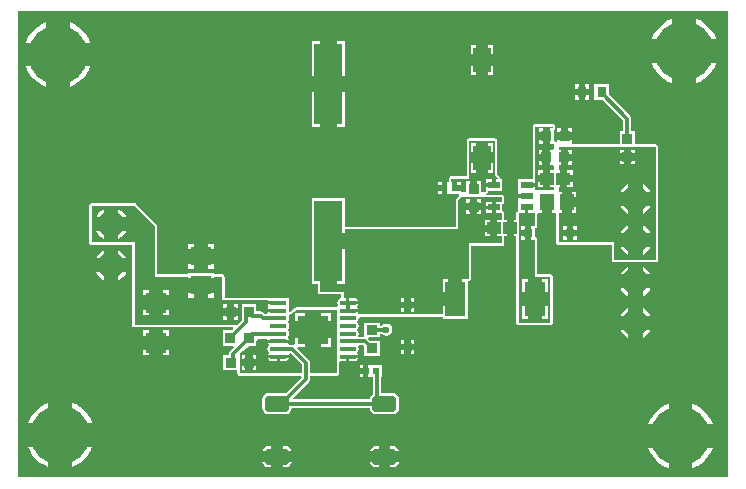
<source format=gtl>
G04*
G04 #@! TF.GenerationSoftware,Altium Limited,Altium Designer,19.1.6 (110)*
G04*
G04 Layer_Physical_Order=1*
G04 Layer_Color=255*
%FSLAX43Y43*%
%MOMM*%
G71*
G01*
G75*
%ADD33R,1.500X2.150*%
%ADD34R,0.900X0.850*%
%ADD35R,0.800X0.950*%
%ADD36R,0.850X0.900*%
%ADD37R,1.150X1.000*%
%ADD38R,0.620X0.620*%
%ADD39R,1.200X1.400*%
%ADD40R,0.800X0.750*%
%ADD41R,1.000X0.600*%
%ADD42R,1.750X3.000*%
%ADD43R,2.350X6.850*%
%ADD44R,0.750X0.800*%
%ADD45R,1.400X0.400*%
%ADD46O,1.400X0.400*%
%ADD47R,2.660X2.460*%
G04:AMPARAMS|DCode=48|XSize=2.1mm|YSize=1.4mm|CornerRadius=0.35mm|HoleSize=0mm|Usage=FLASHONLY|Rotation=0.000|XOffset=0mm|YOffset=0mm|HoleType=Round|Shape=RoundedRectangle|*
%AMROUNDEDRECTD48*
21,1,2.100,0.700,0,0,0.0*
21,1,1.400,1.400,0,0,0.0*
1,1,0.700,0.700,-0.350*
1,1,0.700,-0.700,-0.350*
1,1,0.700,-0.700,0.350*
1,1,0.700,0.700,0.350*
%
%ADD48ROUNDEDRECTD48*%
%ADD49R,1.800X1.700*%
%ADD50R,1.800X1.650*%
%ADD51C,0.300*%
%ADD52C,5.000*%
%ADD53C,2.200*%
%ADD54C,0.600*%
G36*
X110445Y50300D02*
X50300D01*
Y89700D01*
X50345Y89745D01*
X110445D01*
Y50300D01*
D02*
G37*
%LPC*%
G36*
X107700Y89125D02*
Y87400D01*
X109425D01*
X109292Y87721D01*
X109053Y88110D01*
X108757Y88457D01*
X108410Y88753D01*
X108021Y88992D01*
X107700Y89125D01*
D02*
G37*
G36*
X105700D02*
X105379Y88992D01*
X104990Y88753D01*
X104643Y88457D01*
X104347Y88110D01*
X104108Y87721D01*
X103975Y87400D01*
X105700D01*
Y89125D01*
D02*
G37*
G36*
X54700Y88825D02*
Y87100D01*
X56425D01*
X56292Y87421D01*
X56053Y87810D01*
X55757Y88157D01*
X55410Y88453D01*
X55021Y88692D01*
X54700Y88825D01*
D02*
G37*
G36*
X52700D02*
X52379Y88692D01*
X51990Y88453D01*
X51643Y88157D01*
X51347Y87810D01*
X51108Y87421D01*
X50975Y87100D01*
X52700D01*
Y88825D01*
D02*
G37*
G36*
X90550Y86900D02*
X90100D01*
Y86125D01*
X90550D01*
Y86900D01*
D02*
G37*
G36*
X89100D02*
X88650D01*
Y86125D01*
X89100D01*
Y86900D01*
D02*
G37*
G36*
X90550Y85125D02*
X90100D01*
Y84350D01*
X90550D01*
Y85125D01*
D02*
G37*
G36*
X89100D02*
X88650D01*
Y84350D01*
X89100D01*
Y85125D01*
D02*
G37*
G36*
X77975Y87225D02*
X77300D01*
Y84300D01*
X77975D01*
Y87225D01*
D02*
G37*
G36*
X75900D02*
X75225D01*
Y84300D01*
X75900D01*
Y87225D01*
D02*
G37*
G36*
X109425Y85400D02*
X107700D01*
Y83675D01*
X108021Y83808D01*
X108410Y84047D01*
X108757Y84343D01*
X109053Y84690D01*
X109292Y85079D01*
X109425Y85400D01*
D02*
G37*
G36*
X105700D02*
X103975D01*
X104108Y85079D01*
X104347Y84690D01*
X104643Y84343D01*
X104990Y84047D01*
X105379Y83808D01*
X105700Y83675D01*
Y85400D01*
D02*
G37*
G36*
X56425Y85100D02*
X54700D01*
Y83375D01*
X55021Y83508D01*
X55410Y83747D01*
X55757Y84043D01*
X56053Y84390D01*
X56292Y84779D01*
X56425Y85100D01*
D02*
G37*
G36*
X52700D02*
X50975D01*
X51108Y84779D01*
X51347Y84390D01*
X51643Y84043D01*
X51990Y83747D01*
X52379Y83508D01*
X52700Y83375D01*
Y85100D01*
D02*
G37*
G36*
X98675Y83575D02*
X98340D01*
Y83165D01*
X98675D01*
Y83575D01*
D02*
G37*
G36*
X97810D02*
X97475D01*
Y83165D01*
X97810D01*
Y83575D01*
D02*
G37*
G36*
X98675Y82635D02*
X98340D01*
Y82225D01*
X98675D01*
Y82635D01*
D02*
G37*
G36*
X97810D02*
X97475D01*
Y82225D01*
X97810D01*
Y82635D01*
D02*
G37*
G36*
X77975Y82900D02*
X77300D01*
Y79975D01*
X77975D01*
Y82900D01*
D02*
G37*
G36*
X75900D02*
X75225D01*
Y79975D01*
X75900D01*
Y82900D01*
D02*
G37*
G36*
X97225Y79850D02*
X96900D01*
Y79500D01*
X97225D01*
Y79850D01*
D02*
G37*
G36*
X96300D02*
X95975D01*
Y79500D01*
X96300D01*
Y79850D01*
D02*
G37*
G36*
X100325Y83575D02*
X99125D01*
Y82225D01*
X99820D01*
X101543Y80502D01*
Y79600D01*
X101250D01*
Y78504D01*
X97333D01*
X97225Y78550D01*
X97225Y78631D01*
Y78900D01*
X96600D01*
X95975D01*
Y78672D01*
X95957Y78665D01*
X95851Y78646D01*
X95843Y78666D01*
X95830Y78679D01*
X95819Y78694D01*
X95801Y78706D01*
X95786Y78721D01*
X95768Y78728D01*
X95753Y78738D01*
X95732Y78743D01*
X95712Y78751D01*
X95675Y78870D01*
Y79702D01*
X95681Y79706D01*
X95692Y79723D01*
X95706Y79737D01*
X95758Y79815D01*
X95774Y79852D01*
X95789Y79888D01*
X95798Y79937D01*
X95798Y79945D01*
X95801Y79952D01*
X95798Y79984D01*
X95799Y80016D01*
X95796Y80024D01*
X95795Y80032D01*
X95780Y80060D01*
X95768Y80090D01*
X95763Y80096D01*
X95759Y80103D01*
X95741Y80126D01*
X95732Y80134D01*
X95725Y80144D01*
X95702Y80160D01*
X95681Y80178D01*
X95669Y80181D01*
X95659Y80188D01*
X95631Y80194D01*
X95605Y80202D01*
X95593Y80201D01*
X95580Y80204D01*
X94100D01*
X94022Y80188D01*
X93956Y80144D01*
X93912Y80078D01*
X93896Y80000D01*
X93896Y75592D01*
X93887Y75578D01*
X93881Y75550D01*
X92675D01*
Y74550D01*
Y74265D01*
X93375D01*
Y73935D01*
X92675D01*
Y73600D01*
Y72849D01*
X92622Y72838D01*
X92556Y72794D01*
X92512Y72728D01*
X92496Y72650D01*
Y72100D01*
X92300D01*
Y71400D01*
Y70700D01*
X92496D01*
X92496Y63400D01*
X92512Y63322D01*
X92556Y63256D01*
X92622Y63212D01*
X92700Y63196D01*
X95400Y63196D01*
X95478Y63212D01*
X95544Y63256D01*
X95588Y63322D01*
X95604Y63400D01*
X95604Y67300D01*
X95588Y67378D01*
X95544Y67444D01*
X95478Y67488D01*
X95400Y67504D01*
X94304D01*
Y70425D01*
X94288Y70503D01*
X94244Y70569D01*
X94178Y70613D01*
X94125Y70624D01*
Y71376D01*
X94178Y71387D01*
X94244Y71431D01*
X94288Y71497D01*
X94304Y71575D01*
Y72533D01*
X94300Y72555D01*
X94299Y72573D01*
X94300Y72576D01*
X94403Y72700D01*
X94670D01*
Y73600D01*
X95530D01*
Y72700D01*
X95896D01*
Y70200D01*
X95912Y70122D01*
X95956Y70056D01*
X96022Y70012D01*
X96100Y69996D01*
X100596D01*
X100596Y68700D01*
X100612Y68622D01*
X100656Y68556D01*
X100722Y68512D01*
X100800Y68496D01*
X104300D01*
X104378Y68512D01*
X104444Y68556D01*
X104488Y68622D01*
X104504Y68700D01*
X104504Y78300D01*
X104488Y78378D01*
X104444Y78444D01*
X104378Y78488D01*
X104300Y78504D01*
X102550D01*
Y79600D01*
X102257D01*
Y80650D01*
X102230Y80787D01*
X102152Y80902D01*
X100325Y82730D01*
Y83575D01*
D02*
G37*
G36*
X86190Y75310D02*
X85910D01*
Y75030D01*
X86190D01*
Y75310D01*
D02*
G37*
G36*
Y74570D02*
X85910D01*
Y74290D01*
X86190D01*
Y74570D01*
D02*
G37*
G36*
X88500Y79004D02*
X88422Y78988D01*
X88356Y78944D01*
X88312Y78878D01*
X88296Y78800D01*
X88296Y75804D01*
X87000D01*
X86922Y75788D01*
X86856Y75744D01*
X86812Y75678D01*
X86796Y75600D01*
Y75310D01*
X86650D01*
Y74800D01*
Y74290D01*
X87645D01*
X87684Y74163D01*
X87656Y74144D01*
X87456Y73944D01*
X87412Y73878D01*
X87396Y73800D01*
Y71504D01*
X77975D01*
Y73925D01*
X75225D01*
Y66675D01*
X75696D01*
Y66000D01*
X75712Y65922D01*
X75756Y65856D01*
X75822Y65812D01*
X75900Y65796D01*
X77696D01*
Y65483D01*
X77698Y65473D01*
X77594Y65452D01*
X77462Y65363D01*
X77373Y65231D01*
X77342Y65075D01*
X77373Y64919D01*
X77405Y64872D01*
X77365Y64710D01*
X77342Y64696D01*
X77300Y64704D01*
X73912D01*
X73886Y64699D01*
X73859Y64697D01*
X73847Y64691D01*
X73834Y64688D01*
X73812Y64673D01*
X73788Y64661D01*
X73370Y64338D01*
X73255Y64409D01*
X73258Y64425D01*
X73233Y64548D01*
X73250Y64675D01*
X73250D01*
X73250Y64675D01*
Y65475D01*
X71548D01*
X71528Y65488D01*
X71450Y65504D01*
X67804D01*
X67804Y67300D01*
X67788Y67378D01*
X67744Y67444D01*
X67678Y67488D01*
X67600Y67504D01*
X66900D01*
Y67575D01*
X64700D01*
Y67504D01*
X62104D01*
X62104Y71600D01*
X62104Y71600D01*
X62088Y71678D01*
X62044Y71744D01*
X62044Y71744D01*
X60344Y73444D01*
X60278Y73488D01*
X60200Y73504D01*
X56548D01*
X56470Y73488D01*
X56404Y73444D01*
X56360Y73378D01*
X56344Y73300D01*
Y70200D01*
X56360Y70122D01*
X56404Y70056D01*
X56470Y70012D01*
X56548Y69996D01*
X59996D01*
X59996Y63200D01*
X60012Y63122D01*
X60056Y63056D01*
X60122Y63012D01*
X60200Y62996D01*
X68500Y62996D01*
X68549Y62879D01*
X68420Y62750D01*
X67675D01*
Y61450D01*
X68554D01*
X68603Y61333D01*
X68248Y60977D01*
X68170Y60862D01*
X68143Y60725D01*
Y60650D01*
X67700D01*
Y59350D01*
X68896D01*
Y59100D01*
X68912Y59022D01*
X68956Y58956D01*
X69022Y58912D01*
X69100Y58896D01*
X74298Y58896D01*
X74324Y58769D01*
X72997Y57441D01*
X72950Y57451D01*
X71550D01*
X71335Y57408D01*
X71153Y57287D01*
X71032Y57105D01*
X70989Y56890D01*
Y56190D01*
X71032Y55975D01*
X71153Y55793D01*
X71335Y55672D01*
X71550Y55629D01*
X72950D01*
X73165Y55672D01*
X73347Y55793D01*
X73468Y55975D01*
X73509Y56183D01*
X80091D01*
X80132Y55975D01*
X80253Y55793D01*
X80435Y55672D01*
X80650Y55629D01*
X82050D01*
X82265Y55672D01*
X82447Y55793D01*
X82568Y55975D01*
X82611Y56190D01*
Y56890D01*
X82568Y57105D01*
X82447Y57287D01*
X82265Y57408D01*
X82050Y57451D01*
X81077D01*
Y58790D01*
X81150D01*
Y59810D01*
X79990D01*
Y59300D01*
Y58790D01*
X80363D01*
Y57360D01*
X80253Y57287D01*
X80132Y57105D01*
X80091Y56897D01*
X73641D01*
X73589Y57024D01*
X74952Y58388D01*
X75030Y58503D01*
X75057Y58640D01*
Y58896D01*
X77300Y58896D01*
X77378Y58912D01*
X77444Y58956D01*
X77488Y59022D01*
X77504Y59100D01*
Y59570D01*
X77510Y59600D01*
X77504Y59630D01*
Y60067D01*
X77631Y60141D01*
X77750Y60117D01*
X78120D01*
Y60525D01*
X78250D01*
Y60655D01*
X79132D01*
X79127Y60681D01*
X79038Y60813D01*
Y60887D01*
X79127Y61019D01*
X79158Y61175D01*
X79127Y61331D01*
X79120Y61341D01*
X79188Y61468D01*
X79527D01*
X79650Y61345D01*
Y60600D01*
X80950D01*
Y61850D01*
X80155D01*
X79982Y62023D01*
X80034Y62150D01*
X80950D01*
Y62431D01*
X81153D01*
X81305Y62329D01*
X81500Y62290D01*
X81695Y62329D01*
X81860Y62440D01*
X81971Y62605D01*
X82010Y62800D01*
X81971Y62995D01*
X81860Y63160D01*
X81695Y63271D01*
X81500Y63310D01*
X81305Y63271D01*
X81140Y63160D01*
X81129Y63144D01*
X80950D01*
Y63400D01*
X79650D01*
Y62182D01*
X79188D01*
X79120Y62309D01*
X79127Y62319D01*
X79158Y62475D01*
X79127Y62631D01*
X79038Y62763D01*
Y62837D01*
X79127Y62969D01*
X79158Y63125D01*
X79127Y63281D01*
X79038Y63413D01*
Y63487D01*
X79127Y63619D01*
X79158Y63775D01*
X79263Y63896D01*
X86275D01*
Y63700D01*
X88425D01*
Y66773D01*
X88450Y66898D01*
X88476Y66906D01*
X88503Y66912D01*
X88513Y66919D01*
X88525Y66922D01*
X88546Y66940D01*
X88569Y66956D01*
X88576Y66966D01*
X88586Y66974D01*
X88661Y67070D01*
X88673Y67095D01*
X88688Y67118D01*
X88691Y67130D01*
X88696Y67141D01*
X88699Y67169D01*
X88704Y67196D01*
Y69896D01*
X91300Y69896D01*
X91378Y69912D01*
X91444Y69956D01*
X91488Y70022D01*
X91504Y70100D01*
Y70700D01*
X91700D01*
Y71400D01*
Y72100D01*
X91504D01*
Y72650D01*
X91488Y72728D01*
X91444Y72794D01*
X91378Y72838D01*
X91325Y72849D01*
Y73451D01*
X91378Y73462D01*
X91444Y73506D01*
X91488Y73572D01*
X91504Y73650D01*
Y74000D01*
X91488Y74078D01*
X91444Y74144D01*
X91378Y74188D01*
X91300Y74204D01*
X89967D01*
X89938Y74331D01*
X90012Y74365D01*
X90040Y74386D01*
X90069Y74406D01*
X90072Y74410D01*
X90076Y74413D01*
X90094Y74443D01*
X90113Y74472D01*
X90114Y74477D01*
X90117Y74481D01*
X90122Y74516D01*
X90129Y74550D01*
X91325D01*
Y75550D01*
X91236D01*
X91137Y75667D01*
X91121Y75745D01*
X91077Y75812D01*
X91077Y75812D01*
X90904Y75984D01*
X90904Y78800D01*
X90888Y78878D01*
X90844Y78944D01*
X90778Y78988D01*
X90700Y79004D01*
X88500Y79004D01*
D02*
G37*
G36*
X66900Y70025D02*
X66400D01*
Y69600D01*
X66900D01*
Y70025D01*
D02*
G37*
G36*
X65200D02*
X64700D01*
Y69600D01*
X65200D01*
Y70025D01*
D02*
G37*
G36*
X58802Y69514D02*
Y68847D01*
X59469D01*
X59425Y68953D01*
X59200Y69246D01*
X58908Y69470D01*
X58802Y69514D01*
D02*
G37*
G36*
X57602Y69514D02*
X57496Y69470D01*
X57204Y69246D01*
X56979Y68953D01*
X56935Y68847D01*
X57602D01*
Y69514D01*
D02*
G37*
G36*
X66900Y68400D02*
X66400D01*
Y67975D01*
X66900D01*
Y68400D01*
D02*
G37*
G36*
X65200D02*
X64700D01*
Y67975D01*
X65200D01*
Y68400D01*
D02*
G37*
G36*
X103200Y68156D02*
Y67490D01*
X103867D01*
X103823Y67596D01*
X103598Y67888D01*
X103306Y68113D01*
X103200Y68156D01*
D02*
G37*
G36*
X102000Y68156D02*
X101894Y68113D01*
X101602Y67888D01*
X101377Y67596D01*
X101333Y67490D01*
X102000D01*
Y68156D01*
D02*
G37*
G36*
X57602Y67647D02*
X56935D01*
X56979Y67541D01*
X57204Y67249D01*
X57496Y67024D01*
X57602Y66981D01*
Y67647D01*
D02*
G37*
G36*
X59469D02*
X58802D01*
Y66981D01*
X58908Y67024D01*
X59200Y67249D01*
X59425Y67541D01*
X59469Y67647D01*
D02*
G37*
G36*
X102000Y66290D02*
X101333D01*
X101377Y66184D01*
X101602Y65891D01*
X101894Y65667D01*
X102000Y65623D01*
Y66290D01*
D02*
G37*
G36*
X103867D02*
X103200D01*
Y65623D01*
X103306Y65667D01*
X103598Y65891D01*
X103823Y66184D01*
X103867Y66290D01*
D02*
G37*
G36*
X103200Y64651D02*
Y63984D01*
X103867D01*
X103823Y64090D01*
X103598Y64383D01*
X103306Y64607D01*
X103200Y64651D01*
D02*
G37*
G36*
X102000D02*
X101894Y64607D01*
X101602Y64383D01*
X101377Y64090D01*
X101333Y63984D01*
X102000D01*
Y64651D01*
D02*
G37*
G36*
X63100Y62750D02*
X62600D01*
Y62300D01*
X63100D01*
Y62750D01*
D02*
G37*
G36*
X61400D02*
X60900D01*
Y62300D01*
X61400D01*
Y62750D01*
D02*
G37*
G36*
X103867Y62784D02*
X103200D01*
Y62118D01*
X103306Y62161D01*
X103598Y62386D01*
X103823Y62678D01*
X103867Y62784D01*
D02*
G37*
G36*
X102000D02*
X101333D01*
X101377Y62678D01*
X101602Y62386D01*
X101894Y62161D01*
X102000Y62118D01*
Y62784D01*
D02*
G37*
G36*
X83875Y61925D02*
X83565D01*
Y61590D01*
X83875D01*
Y61925D01*
D02*
G37*
G36*
X83035D02*
X82725D01*
Y61590D01*
X83035D01*
Y61925D01*
D02*
G37*
G36*
X83875Y61060D02*
X83565D01*
Y60725D01*
X83875D01*
Y61060D01*
D02*
G37*
G36*
X83035D02*
X82725D01*
Y60725D01*
X83035D01*
Y61060D01*
D02*
G37*
G36*
X63100Y61100D02*
X62600D01*
Y60650D01*
X63100D01*
Y61100D01*
D02*
G37*
G36*
X61400D02*
X60900D01*
Y60650D01*
X61400D01*
Y61100D01*
D02*
G37*
G36*
X79132Y60395D02*
X78380D01*
Y60117D01*
X78750D01*
X78906Y60148D01*
X79038Y60237D01*
X79127Y60369D01*
X79132Y60395D01*
D02*
G37*
G36*
X79530Y59810D02*
X79250D01*
Y59530D01*
X79530D01*
Y59810D01*
D02*
G37*
G36*
Y59070D02*
X79250D01*
Y58790D01*
X79530D01*
Y59070D01*
D02*
G37*
G36*
X54900Y56625D02*
Y54900D01*
X56625D01*
X56492Y55221D01*
X56253Y55610D01*
X55957Y55957D01*
X55610Y56253D01*
X55221Y56492D01*
X54900Y56625D01*
D02*
G37*
G36*
X52900D02*
X52579Y56492D01*
X52190Y56253D01*
X51843Y55957D01*
X51547Y55610D01*
X51308Y55221D01*
X51175Y54900D01*
X52900D01*
Y56625D01*
D02*
G37*
G36*
X107400Y56525D02*
Y54800D01*
X109125D01*
X108992Y55121D01*
X108753Y55510D01*
X108457Y55857D01*
X108110Y56153D01*
X107721Y56392D01*
X107400Y56525D01*
D02*
G37*
G36*
X105400D02*
X105079Y56392D01*
X104690Y56153D01*
X104343Y55857D01*
X104047Y55510D01*
X103808Y55121D01*
X103675Y54800D01*
X105400D01*
Y56525D01*
D02*
G37*
G36*
X82050Y52971D02*
X81850D01*
Y52560D01*
X82581D01*
X82568Y52625D01*
X82447Y52807D01*
X82265Y52928D01*
X82050Y52971D01*
D02*
G37*
G36*
X80850D02*
X80650D01*
X80435Y52928D01*
X80253Y52807D01*
X80132Y52625D01*
X80119Y52560D01*
X80850D01*
Y52971D01*
D02*
G37*
G36*
X72950D02*
X72750D01*
Y52560D01*
X73481D01*
X73468Y52625D01*
X73347Y52807D01*
X73165Y52928D01*
X72950Y52971D01*
D02*
G37*
G36*
X71750D02*
X71550D01*
X71335Y52928D01*
X71153Y52807D01*
X71032Y52625D01*
X71019Y52560D01*
X71750D01*
Y52971D01*
D02*
G37*
G36*
X56625Y52900D02*
X54900D01*
Y51175D01*
X55221Y51308D01*
X55610Y51547D01*
X55957Y51843D01*
X56253Y52190D01*
X56492Y52579D01*
X56625Y52900D01*
D02*
G37*
G36*
X52900D02*
X51175D01*
X51308Y52579D01*
X51547Y52190D01*
X51843Y51843D01*
X52190Y51547D01*
X52579Y51308D01*
X52900Y51175D01*
Y52900D01*
D02*
G37*
G36*
X82581Y51560D02*
X81850D01*
Y51149D01*
X82050D01*
X82265Y51192D01*
X82447Y51313D01*
X82568Y51495D01*
X82581Y51560D01*
D02*
G37*
G36*
X80850D02*
X80119D01*
X80132Y51495D01*
X80253Y51313D01*
X80435Y51192D01*
X80650Y51149D01*
X80850D01*
Y51560D01*
D02*
G37*
G36*
X73481D02*
X72750D01*
Y51149D01*
X72950D01*
X73165Y51192D01*
X73347Y51313D01*
X73468Y51495D01*
X73481Y51560D01*
D02*
G37*
G36*
X71750D02*
X71019D01*
X71032Y51495D01*
X71153Y51313D01*
X71335Y51192D01*
X71550Y51149D01*
X71750D01*
Y51560D01*
D02*
G37*
G36*
X109125Y52800D02*
X107400D01*
Y51075D01*
X107721Y51208D01*
X108110Y51447D01*
X108457Y51743D01*
X108753Y52090D01*
X108992Y52479D01*
X109125Y52800D01*
D02*
G37*
G36*
X105400D02*
X103675D01*
X103808Y52479D01*
X104047Y52090D01*
X104343Y51743D01*
X104690Y51447D01*
X105079Y51208D01*
X105400Y51075D01*
Y52800D01*
D02*
G37*
%LPD*%
G36*
X95598Y79977D02*
X95589Y79928D01*
X95537Y79850D01*
X95350D01*
Y79200D01*
Y78550D01*
X95675D01*
X95700Y78433D01*
Y78156D01*
X95650Y78050D01*
X95573Y78050D01*
X95325D01*
Y77400D01*
Y76750D01*
X95573D01*
X95650Y76750D01*
X95700Y76644D01*
Y76300D01*
X95400D01*
Y75600D01*
Y74900D01*
X95700D01*
Y74600D01*
X94075D01*
Y74885D01*
X93375D01*
Y75215D01*
X94075D01*
Y75500D01*
X94100D01*
X94100Y80000D01*
X95580D01*
X95598Y79977D01*
D02*
G37*
G36*
X93540Y72650D02*
X94075D01*
X94100Y72533D01*
Y71575D01*
X93790D01*
Y71000D01*
Y70425D01*
X94100D01*
Y67300D01*
X95400D01*
X95400Y63400D01*
X92700Y63400D01*
X92700Y70700D01*
X92775D01*
Y72100D01*
X92700D01*
Y72650D01*
X93210D01*
Y73150D01*
X93540D01*
Y72650D01*
D02*
G37*
G36*
X104300Y68700D02*
X100800D01*
X100800Y70200D01*
X96100D01*
Y72700D01*
X96370D01*
Y73600D01*
Y74500D01*
X96100D01*
Y74900D01*
X96200D01*
Y75600D01*
Y76300D01*
X96100D01*
Y76750D01*
X96275D01*
Y77400D01*
Y78050D01*
X96100D01*
Y78300D01*
X104300D01*
X104300Y68700D01*
D02*
G37*
%LPC*%
G36*
X94750Y79850D02*
X94425D01*
Y79500D01*
X94750D01*
Y79850D01*
D02*
G37*
G36*
Y78900D02*
X94425D01*
Y78550D01*
X94750D01*
Y78900D01*
D02*
G37*
G36*
X94725Y78050D02*
X94400D01*
Y77700D01*
X94725D01*
Y78050D01*
D02*
G37*
G36*
Y77100D02*
X94400D01*
Y76750D01*
X94725D01*
Y77100D01*
D02*
G37*
G36*
X94800Y76300D02*
X94325D01*
Y75900D01*
X94800D01*
Y76300D01*
D02*
G37*
G36*
Y75300D02*
X94325D01*
Y74900D01*
X94800D01*
Y75300D01*
D02*
G37*
G36*
X93260Y71575D02*
X92925D01*
Y71265D01*
X93260D01*
Y71575D01*
D02*
G37*
G36*
Y70735D02*
X92925D01*
Y70425D01*
X93260D01*
Y70735D01*
D02*
G37*
G36*
X95175Y67100D02*
X94700D01*
Y66000D01*
X95175D01*
Y67100D01*
D02*
G37*
G36*
X93500D02*
X93025D01*
Y66000D01*
X93500D01*
Y67100D01*
D02*
G37*
G36*
X95175Y64800D02*
X94700D01*
Y63700D01*
X95175D01*
Y64800D01*
D02*
G37*
G36*
X93500D02*
X93025D01*
Y63700D01*
X93500D01*
Y64800D01*
D02*
G37*
G36*
X102550Y78050D02*
X102200D01*
Y77725D01*
X102550D01*
Y78050D01*
D02*
G37*
G36*
X101600D02*
X101250D01*
Y77725D01*
X101600D01*
Y78050D01*
D02*
G37*
G36*
X97200D02*
X96875D01*
Y77700D01*
X97200D01*
Y78050D01*
D02*
G37*
G36*
X102550Y77125D02*
X102200D01*
Y76800D01*
X102550D01*
Y77125D01*
D02*
G37*
G36*
X101600D02*
X101250D01*
Y76800D01*
X101600D01*
Y77125D01*
D02*
G37*
G36*
X97200Y77100D02*
X96875D01*
Y76750D01*
X97200D01*
Y77100D01*
D02*
G37*
G36*
X97275Y76300D02*
X96800D01*
Y75900D01*
X97275D01*
Y76300D01*
D02*
G37*
G36*
Y75300D02*
X96800D01*
Y74900D01*
X97275D01*
Y75300D01*
D02*
G37*
G36*
X103200Y75167D02*
Y74500D01*
X103867D01*
X103823Y74606D01*
X103598Y74898D01*
X103306Y75123D01*
X103200Y75167D01*
D02*
G37*
G36*
X102000D02*
X101894Y75123D01*
X101602Y74898D01*
X101377Y74606D01*
X101333Y74500D01*
X102000D01*
Y75167D01*
D02*
G37*
G36*
X97600Y74500D02*
X97230D01*
Y74030D01*
X97600D01*
Y74500D01*
D02*
G37*
G36*
Y73170D02*
X97230D01*
Y72700D01*
X97600D01*
Y73170D01*
D02*
G37*
G36*
X103867Y73300D02*
X103200D01*
Y72633D01*
X103306Y72677D01*
X103598Y72902D01*
X103823Y73194D01*
X103867Y73300D01*
D02*
G37*
G36*
X102000D02*
X101333D01*
X101377Y73194D01*
X101602Y72902D01*
X101894Y72677D01*
X102000Y72633D01*
Y73300D01*
D02*
G37*
G36*
X97675Y71575D02*
X97340D01*
Y71265D01*
X97675D01*
Y71575D01*
D02*
G37*
G36*
X96810D02*
X96475D01*
Y71265D01*
X96810D01*
Y71575D01*
D02*
G37*
G36*
X103200Y71662D02*
Y70995D01*
X103867D01*
X103823Y71101D01*
X103598Y71393D01*
X103306Y71618D01*
X103200Y71662D01*
D02*
G37*
G36*
X102000Y71662D02*
X101894Y71618D01*
X101602Y71393D01*
X101377Y71101D01*
X101333Y70995D01*
X102000D01*
Y71662D01*
D02*
G37*
G36*
X97675Y70735D02*
X97340D01*
Y70425D01*
X97675D01*
Y70735D01*
D02*
G37*
G36*
X96810D02*
X96475D01*
Y70425D01*
X96810D01*
Y70735D01*
D02*
G37*
G36*
X102000Y69795D02*
X101333D01*
X101377Y69689D01*
X101602Y69396D01*
X101894Y69172D01*
X102000Y69128D01*
Y69795D01*
D02*
G37*
G36*
X103867D02*
X103200D01*
Y69128D01*
X103306Y69172D01*
X103598Y69396D01*
X103823Y69689D01*
X103867Y69795D01*
D02*
G37*
%LPD*%
G36*
X90700Y78800D02*
X90700Y75900D01*
X90933Y75667D01*
X90884Y75550D01*
X90790D01*
Y75050D01*
X90625D01*
Y74885D01*
X89925D01*
Y74550D01*
X89819Y74500D01*
X89550D01*
Y75375D01*
X89200D01*
Y74750D01*
X88600D01*
Y75375D01*
X88250D01*
Y74500D01*
X87810D01*
Y74570D01*
X87300D01*
Y74800D01*
X87070D01*
Y75310D01*
X87000D01*
Y75600D01*
X88500D01*
X88500Y78800D01*
X90700Y78800D01*
D02*
G37*
G36*
X61900Y71600D02*
X61900Y67300D01*
X64700D01*
Y67150D01*
X65800D01*
X66900D01*
Y67300D01*
X67600D01*
X67600Y65300D01*
X71450D01*
Y65205D01*
X72350D01*
Y64945D01*
X71450D01*
Y64675D01*
X71450Y64675D01*
X71466Y64555D01*
X72350D01*
Y64295D01*
X71468D01*
X71473Y64269D01*
X71480Y64259D01*
X71412Y64132D01*
X71253D01*
X71132Y64252D01*
X71016Y64330D01*
X70880Y64357D01*
X70500D01*
Y64950D01*
X69250D01*
Y64059D01*
X69243Y64025D01*
Y63573D01*
X68870Y63200D01*
X60200Y63200D01*
X60200Y70200D01*
X56548D01*
Y73300D01*
X60200D01*
X61900Y71600D01*
D02*
G37*
G36*
X91300Y73650D02*
X90790D01*
Y73150D01*
Y72650D01*
X91300D01*
Y72100D01*
X90900D01*
Y71400D01*
Y70700D01*
X91300D01*
Y70100D01*
X88500Y70100D01*
Y67196D01*
X88425Y67100D01*
X87950D01*
Y65400D01*
X87350D01*
Y64800D01*
X86275D01*
Y64100D01*
X79167D01*
X79099Y64227D01*
X79127Y64269D01*
X79132Y64295D01*
X78250D01*
Y64555D01*
X79132D01*
X79127Y64581D01*
X79038Y64713D01*
Y64787D01*
X79127Y64919D01*
X79132Y64945D01*
X78250D01*
Y65075D01*
X78120D01*
Y65483D01*
X77900D01*
Y66000D01*
X75900D01*
Y66675D01*
D01*
Y70300D01*
X76600D01*
Y71000D01*
X77975D01*
Y71300D01*
X87600D01*
Y73800D01*
X87800Y74000D01*
X91300D01*
Y73650D01*
D02*
G37*
G36*
X77300Y59100D02*
X75057Y59100D01*
Y60000D01*
X75030Y60137D01*
X74952Y60252D01*
X73952Y61253D01*
X74001Y61370D01*
X74600D01*
Y62100D01*
X73770D01*
Y61563D01*
X73756Y61555D01*
X73643Y61508D01*
X73525Y61532D01*
X73288D01*
X73220Y61659D01*
X73227Y61669D01*
X73232Y61695D01*
X72350D01*
X71468D01*
X71473Y61669D01*
X71562Y61537D01*
Y61463D01*
X71473Y61331D01*
X71442Y61175D01*
X71473Y61019D01*
X71562Y60887D01*
Y60813D01*
X71473Y60681D01*
X71468Y60655D01*
X72350D01*
X73232D01*
X73230Y60667D01*
X73301Y60782D01*
X73403Y60792D01*
X74343Y59852D01*
Y59100D01*
X69100Y59100D01*
X69100Y60800D01*
X69953Y61450D01*
X70475D01*
Y61848D01*
X70732Y62043D01*
X71374D01*
X71434Y61955D01*
X72350D01*
X73232D01*
X73227Y61981D01*
X73138Y62113D01*
Y62187D01*
X73227Y62319D01*
X73258Y62475D01*
X73227Y62631D01*
X73138Y62763D01*
Y62837D01*
X73227Y62969D01*
X73258Y63125D01*
X73227Y63281D01*
X73138Y63413D01*
Y63487D01*
X73227Y63619D01*
X73258Y63775D01*
X73227Y63931D01*
X73210Y63956D01*
X73912Y64500D01*
X77300D01*
Y59100D01*
D02*
G37*
%LPC*%
G36*
X90550Y78650D02*
X90100D01*
Y77875D01*
X90550D01*
Y78650D01*
D02*
G37*
G36*
X89100D02*
X88650D01*
Y77875D01*
X89100D01*
Y78650D01*
D02*
G37*
G36*
X90550Y76875D02*
X90100D01*
Y76100D01*
X90550D01*
Y76875D01*
D02*
G37*
G36*
X89100D02*
X88650D01*
Y76100D01*
X89100D01*
Y76875D01*
D02*
G37*
G36*
X90460Y75550D02*
X89925D01*
Y75215D01*
X90460D01*
Y75550D01*
D02*
G37*
G36*
X87810Y75310D02*
X87530D01*
Y75030D01*
X87810D01*
Y75310D01*
D02*
G37*
G36*
X58802Y73019D02*
Y72353D01*
X59469D01*
X59425Y72459D01*
X59200Y72751D01*
X58908Y72976D01*
X58802Y73019D01*
D02*
G37*
G36*
X57602D02*
X57496Y72976D01*
X57204Y72751D01*
X56979Y72459D01*
X56935Y72353D01*
X57602D01*
Y73019D01*
D02*
G37*
G36*
X59469Y71153D02*
X58802D01*
Y70486D01*
X58908Y70530D01*
X59200Y70754D01*
X59425Y71047D01*
X59469Y71153D01*
D02*
G37*
G36*
X57602D02*
X56935D01*
X56979Y71047D01*
X57204Y70754D01*
X57496Y70530D01*
X57602Y70486D01*
Y71153D01*
D02*
G37*
G36*
X63100Y66150D02*
X62600D01*
Y65700D01*
X63100D01*
Y66150D01*
D02*
G37*
G36*
X61400D02*
X60900D01*
Y65700D01*
X61400D01*
Y66150D01*
D02*
G37*
G36*
X66900Y65950D02*
X66400D01*
Y65525D01*
X66900D01*
Y65950D01*
D02*
G37*
G36*
X65200D02*
X64700D01*
Y65525D01*
X65200D01*
Y65950D01*
D02*
G37*
G36*
X68950Y64950D02*
X68625D01*
Y64600D01*
X68950D01*
Y64950D01*
D02*
G37*
G36*
X68025D02*
X67700D01*
Y64600D01*
X68025D01*
Y64950D01*
D02*
G37*
G36*
X63100Y64500D02*
X62600D01*
Y64050D01*
X63100D01*
Y64500D01*
D02*
G37*
G36*
X61400D02*
X60900D01*
Y64050D01*
X61400D01*
Y64500D01*
D02*
G37*
G36*
X68950Y64000D02*
X68625D01*
Y63650D01*
X68950D01*
Y64000D01*
D02*
G37*
G36*
X68025D02*
X67700D01*
Y63650D01*
X68025D01*
Y64000D01*
D02*
G37*
G36*
X89550Y73825D02*
X89200D01*
Y73500D01*
X89550D01*
Y73825D01*
D02*
G37*
G36*
X88600D02*
X88250D01*
Y73500D01*
X88600D01*
Y73825D01*
D02*
G37*
G36*
X90460Y73650D02*
X89925D01*
Y73315D01*
X90460D01*
Y73650D01*
D02*
G37*
G36*
Y72985D02*
X89925D01*
Y72650D01*
X90460D01*
Y72985D01*
D02*
G37*
G36*
X89550Y72900D02*
X89200D01*
Y72575D01*
X89550D01*
Y72900D01*
D02*
G37*
G36*
X88600D02*
X88250D01*
Y72575D01*
X88600D01*
Y72900D01*
D02*
G37*
G36*
X90300Y72100D02*
X89825D01*
Y71700D01*
X90300D01*
Y72100D01*
D02*
G37*
G36*
Y71100D02*
X89825D01*
Y70700D01*
X90300D01*
Y71100D01*
D02*
G37*
G36*
X77975Y69600D02*
X77300D01*
Y66675D01*
X77975D01*
Y69600D01*
D02*
G37*
G36*
X86750Y67100D02*
X86275D01*
Y66000D01*
X86750D01*
Y67100D01*
D02*
G37*
G36*
X78750Y65483D02*
X78380D01*
Y65205D01*
X79132D01*
X79127Y65231D01*
X79038Y65363D01*
X78906Y65452D01*
X78750Y65483D01*
D02*
G37*
G36*
X83875Y65475D02*
X83565D01*
Y65140D01*
X83875D01*
Y65475D01*
D02*
G37*
G36*
X83035D02*
X82725D01*
Y65140D01*
X83035D01*
Y65475D01*
D02*
G37*
G36*
X83875Y64610D02*
X83565D01*
Y64275D01*
X83875D01*
Y64610D01*
D02*
G37*
G36*
X83035D02*
X82725D01*
Y64275D01*
X83035D01*
Y64610D01*
D02*
G37*
G36*
X76830Y64230D02*
X76000D01*
Y63500D01*
X76830D01*
Y64230D01*
D02*
G37*
G36*
X74600D02*
X73770D01*
Y63500D01*
X74600D01*
Y64230D01*
D02*
G37*
G36*
X76830Y62100D02*
X76000D01*
Y61370D01*
X76830D01*
Y62100D01*
D02*
G37*
G36*
X70500Y60650D02*
X70175D01*
Y60300D01*
X70500D01*
Y60650D01*
D02*
G37*
G36*
X69575D02*
X69250D01*
Y60300D01*
X69575D01*
Y60650D01*
D02*
G37*
G36*
X73232Y60395D02*
X72480D01*
Y60117D01*
X72850D01*
X73006Y60148D01*
X73138Y60237D01*
X73227Y60369D01*
X73232Y60395D01*
D02*
G37*
G36*
X72220D02*
X71468D01*
X71473Y60369D01*
X71562Y60237D01*
X71694Y60148D01*
X71850Y60117D01*
X72220D01*
Y60395D01*
D02*
G37*
G36*
X70500Y59700D02*
X70175D01*
Y59350D01*
X70500D01*
Y59700D01*
D02*
G37*
G36*
X69575D02*
X69250D01*
Y59350D01*
X69575D01*
Y59700D01*
D02*
G37*
%LPD*%
D33*
X89600Y85625D02*
D03*
Y77375D02*
D03*
D34*
X101900Y77425D02*
D03*
Y78975D02*
D03*
X88900Y73200D02*
D03*
Y74750D02*
D03*
X80300Y62775D02*
D03*
Y61225D02*
D03*
D35*
X99725Y82900D02*
D03*
X98075D02*
D03*
D36*
X95050Y79200D02*
D03*
X96600D02*
D03*
X96575Y77400D02*
D03*
X95025D02*
D03*
X69875Y60000D02*
D03*
X68325D02*
D03*
X69850Y62100D02*
D03*
X68300D02*
D03*
X69875Y64300D02*
D03*
X68325D02*
D03*
D37*
X96500Y75600D02*
D03*
X95100D02*
D03*
X90600Y71400D02*
D03*
X92000D02*
D03*
D38*
X87300Y74800D02*
D03*
X86420D02*
D03*
X79760Y59300D02*
D03*
X80640D02*
D03*
D39*
X96800Y73600D02*
D03*
X95100D02*
D03*
D40*
X97075Y71000D02*
D03*
X93525D02*
D03*
D41*
X90625Y73150D02*
D03*
Y75050D02*
D03*
X93375D02*
D03*
Y74100D02*
D03*
Y73150D02*
D03*
D42*
X87350Y65400D02*
D03*
X94100D02*
D03*
D43*
X76600Y83600D02*
D03*
Y70300D02*
D03*
D44*
X83300Y64875D02*
D03*
Y61325D02*
D03*
D45*
X72350Y65075D02*
D03*
D46*
Y64425D02*
D03*
Y63775D02*
D03*
Y63125D02*
D03*
Y62475D02*
D03*
Y61825D02*
D03*
Y61175D02*
D03*
Y60525D02*
D03*
X78250Y65075D02*
D03*
Y64425D02*
D03*
Y63775D02*
D03*
Y63125D02*
D03*
Y62475D02*
D03*
Y61825D02*
D03*
Y61175D02*
D03*
Y60525D02*
D03*
D47*
X75300Y62800D02*
D03*
D48*
X72250Y56540D02*
D03*
X81350D02*
D03*
Y52060D02*
D03*
X72250D02*
D03*
D49*
X62000Y65100D02*
D03*
Y61700D02*
D03*
D50*
X65800Y66550D02*
D03*
Y69000D02*
D03*
D51*
X78250Y64425D02*
Y65075D01*
X69875Y64275D02*
X70150Y64000D01*
X69875Y64275D02*
Y64300D01*
X70150Y64000D02*
X70880D01*
X71105Y63775D01*
X72350D01*
X101900Y78975D02*
Y80650D01*
X99725Y82825D02*
X101900Y80650D01*
X99725Y82825D02*
Y82900D01*
X81255Y56540D02*
X81350D01*
X72600D02*
X81255D01*
X80720Y57075D02*
X81255Y56540D01*
X80720Y57075D02*
Y59220D01*
X80640Y59300D02*
X80720Y59220D01*
X81488Y62787D02*
X81500Y62800D01*
X80312Y62787D02*
X81488D01*
X80300Y62775D02*
X80312Y62787D01*
X80275Y61225D02*
X80300D01*
X79675Y61825D02*
X80275Y61225D01*
X78250Y61825D02*
X79675D01*
X74700Y58640D02*
Y60000D01*
X72250Y56540D02*
X72600D01*
X74700Y58640D01*
X76450Y72200D02*
X77400Y73150D01*
X71834Y62475D02*
X72350D01*
X71759Y62400D02*
X71834Y62475D01*
X70125Y62400D02*
X71759D01*
X69850Y62125D02*
X70125Y62400D01*
X69850Y62100D02*
Y62125D01*
X72350Y61175D02*
X73525D01*
X74700Y60000D01*
X68500Y60175D02*
Y60725D01*
X68325Y60000D02*
X68500Y60175D01*
Y60725D02*
X69850Y62075D01*
Y62100D01*
X69600Y64025D02*
X69875Y64300D01*
X69600Y63425D02*
Y64025D01*
X68300Y62125D02*
X69600Y63425D01*
X68300Y62100D02*
Y62125D01*
D52*
X53700Y86100D02*
D03*
X53900Y53900D02*
D03*
X106400Y53800D02*
D03*
X106700Y86400D02*
D03*
D53*
X102600Y63384D02*
D03*
Y66890D02*
D03*
Y73900D02*
D03*
Y70395D02*
D03*
X58202Y71753D02*
D03*
Y68247D02*
D03*
D54*
X109500Y84000D02*
D03*
X108000Y81000D02*
D03*
X109500Y78000D02*
D03*
X108000Y75000D02*
D03*
X109500Y72000D02*
D03*
X108000Y69000D02*
D03*
X109500Y66000D02*
D03*
X108000Y63000D02*
D03*
X109500Y60000D02*
D03*
X108000Y57000D02*
D03*
X109500Y54000D02*
D03*
X108000Y51000D02*
D03*
X105000Y81000D02*
D03*
X106500Y78000D02*
D03*
X105000Y75000D02*
D03*
X106500Y72000D02*
D03*
X105000Y69000D02*
D03*
X106500Y66000D02*
D03*
X105000Y63000D02*
D03*
X106500Y60000D02*
D03*
X105000Y57000D02*
D03*
X102000Y87000D02*
D03*
X103500Y84000D02*
D03*
Y60000D02*
D03*
X102000Y57000D02*
D03*
Y51000D02*
D03*
X99000Y87000D02*
D03*
X100500Y84000D02*
D03*
X99000Y81000D02*
D03*
Y69000D02*
D03*
X100500Y66000D02*
D03*
X99000Y63000D02*
D03*
X100500Y60000D02*
D03*
X99000Y57000D02*
D03*
X100500Y54000D02*
D03*
X99000Y51000D02*
D03*
X96000Y87000D02*
D03*
X97500Y84000D02*
D03*
X96000Y81000D02*
D03*
Y69000D02*
D03*
X97500Y66000D02*
D03*
X96000Y63000D02*
D03*
X97500Y60000D02*
D03*
X96000Y57000D02*
D03*
X97500Y54000D02*
D03*
X96000Y51000D02*
D03*
X93000Y87000D02*
D03*
X94500Y84000D02*
D03*
X93000Y81000D02*
D03*
X94500Y60000D02*
D03*
X93000Y57000D02*
D03*
X94500Y54000D02*
D03*
X93000Y51000D02*
D03*
X91500Y84000D02*
D03*
X90000Y81000D02*
D03*
X91500Y78000D02*
D03*
X90000Y69000D02*
D03*
X91500Y66000D02*
D03*
X90000Y63000D02*
D03*
X91500Y60000D02*
D03*
X90000Y57000D02*
D03*
X91500Y54000D02*
D03*
X90000Y51000D02*
D03*
X87000Y87000D02*
D03*
X88500Y84000D02*
D03*
X87000Y81000D02*
D03*
Y63000D02*
D03*
X88500Y60000D02*
D03*
X87000Y57000D02*
D03*
X88500Y54000D02*
D03*
X87000Y51000D02*
D03*
X84000Y87000D02*
D03*
X85500Y84000D02*
D03*
X84000Y81000D02*
D03*
X85500Y78000D02*
D03*
X84000Y75000D02*
D03*
X85500Y72000D02*
D03*
X84000Y63000D02*
D03*
X85500Y60000D02*
D03*
X84000Y57000D02*
D03*
X85500Y54000D02*
D03*
X84000Y51000D02*
D03*
X81000Y87000D02*
D03*
X82500Y84000D02*
D03*
X81000Y81000D02*
D03*
X82500Y78000D02*
D03*
X81000Y75000D02*
D03*
X82500Y72000D02*
D03*
Y60000D02*
D03*
Y54000D02*
D03*
X79500Y84000D02*
D03*
Y78000D02*
D03*
X78000Y75000D02*
D03*
X79500Y72000D02*
D03*
Y54000D02*
D03*
X78000Y51000D02*
D03*
X76500Y78000D02*
D03*
X75000Y75000D02*
D03*
X76500Y54000D02*
D03*
X75000Y51000D02*
D03*
X72000Y87000D02*
D03*
X73500Y84000D02*
D03*
X72000Y81000D02*
D03*
X73500Y78000D02*
D03*
X72000Y75000D02*
D03*
X73500Y72000D02*
D03*
X72000Y69000D02*
D03*
X73500Y66000D02*
D03*
Y54000D02*
D03*
X69000Y87000D02*
D03*
X70500Y84000D02*
D03*
X69000Y81000D02*
D03*
X70500Y78000D02*
D03*
X69000Y75000D02*
D03*
X70500Y72000D02*
D03*
X69000Y69000D02*
D03*
X70500Y66000D02*
D03*
X69000Y57000D02*
D03*
X70500Y54000D02*
D03*
X69000Y51000D02*
D03*
X66000Y87000D02*
D03*
X67500Y84000D02*
D03*
X66000Y81000D02*
D03*
X67500Y78000D02*
D03*
X66000Y75000D02*
D03*
X67500Y72000D02*
D03*
X66000Y57000D02*
D03*
X67500Y54000D02*
D03*
X66000Y51000D02*
D03*
X63000Y87000D02*
D03*
X64500Y84000D02*
D03*
X63000Y81000D02*
D03*
X64500Y78000D02*
D03*
X63000Y75000D02*
D03*
X64500Y72000D02*
D03*
X63000Y69000D02*
D03*
X64500Y60000D02*
D03*
X63000Y57000D02*
D03*
X64500Y54000D02*
D03*
X63000Y51000D02*
D03*
X60000Y87000D02*
D03*
X61500Y84000D02*
D03*
X60000Y81000D02*
D03*
X61500Y78000D02*
D03*
X60000Y75000D02*
D03*
X61500Y60000D02*
D03*
X60000Y57000D02*
D03*
X61500Y54000D02*
D03*
X60000Y51000D02*
D03*
X57000Y87000D02*
D03*
X58500Y84000D02*
D03*
X57000Y81000D02*
D03*
X58500Y78000D02*
D03*
X57000Y75000D02*
D03*
X58500Y66000D02*
D03*
X57000Y63000D02*
D03*
X58500Y60000D02*
D03*
X57000Y57000D02*
D03*
X58500Y54000D02*
D03*
X57000Y51000D02*
D03*
X54000Y81000D02*
D03*
X55500Y78000D02*
D03*
X54000Y75000D02*
D03*
X55500Y72000D02*
D03*
X54000Y69000D02*
D03*
X55500Y66000D02*
D03*
X54000Y63000D02*
D03*
X55500Y60000D02*
D03*
X54000Y57000D02*
D03*
X51000Y81000D02*
D03*
X52500Y78000D02*
D03*
X51000Y75000D02*
D03*
X52500Y72000D02*
D03*
X51000Y69000D02*
D03*
X52500Y66000D02*
D03*
X51000Y63000D02*
D03*
X52500Y60000D02*
D03*
X51000Y57000D02*
D03*
Y51000D02*
D03*
X76100Y62200D02*
D03*
X74500D02*
D03*
X76100Y63400D02*
D03*
X74500D02*
D03*
X81500Y62800D02*
D03*
X73400Y59600D02*
D03*
X72300D02*
D03*
X71300D02*
D03*
X76400Y60900D02*
D03*
X75300D02*
D03*
X77000Y59600D02*
D03*
X75900D02*
D03*
M02*

</source>
